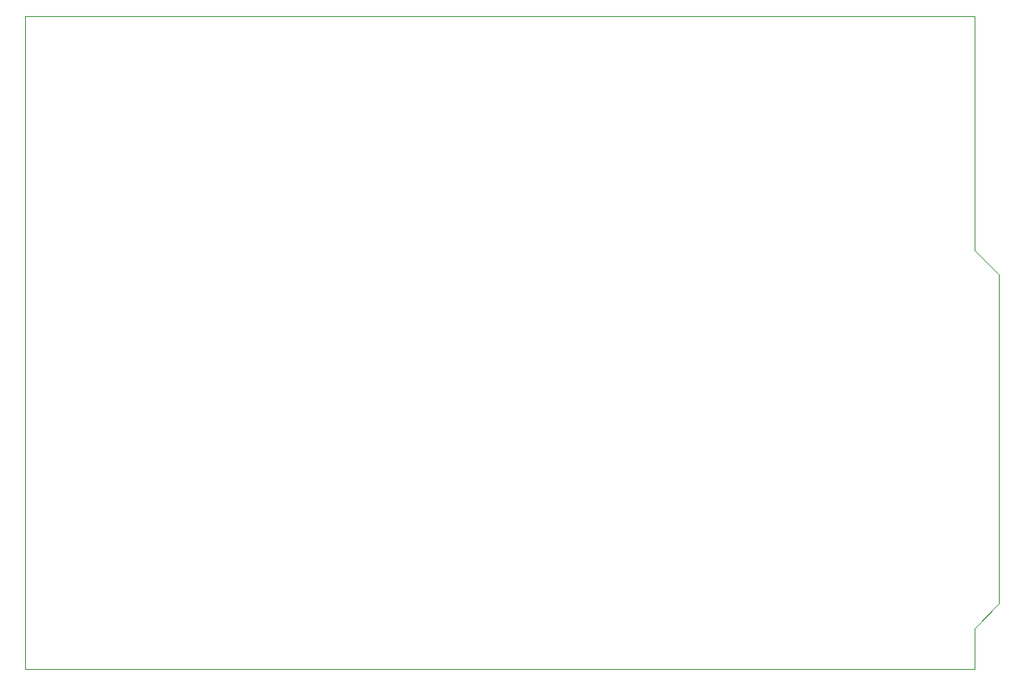
<source format=gbr>
%TF.GenerationSoftware,KiCad,Pcbnew,(6.0.2)*%
%TF.CreationDate,2022-08-12T14:47:40-07:00*%
%TF.ProjectId,Mega68k,4d656761-3638-46b2-9e6b-696361645f70,rev?*%
%TF.SameCoordinates,Original*%
%TF.FileFunction,Profile,NP*%
%FSLAX46Y46*%
G04 Gerber Fmt 4.6, Leading zero omitted, Abs format (unit mm)*
G04 Created by KiCad (PCBNEW (6.0.2)) date 2022-08-12 14:47:40*
%MOMM*%
%LPD*%
G01*
G04 APERTURE LIST*
%TA.AperFunction,Profile*%
%ADD10C,0.100000*%
%TD*%
G04 APERTURE END LIST*
D10*
X147396200Y-59613800D02*
X147396200Y-70789800D01*
X147396200Y-70789800D02*
X149936200Y-73329800D01*
X149936200Y-73329800D02*
X149936200Y-107696000D01*
X149936200Y-107696000D02*
X147396200Y-110261400D01*
X147396200Y-110261400D02*
X147396200Y-114554000D01*
X147396200Y-114554000D02*
X48133000Y-114554000D01*
X48133000Y-114554000D02*
X48133000Y-46304200D01*
X48133000Y-46304200D02*
X147421600Y-46304200D01*
X147421600Y-46304200D02*
X147396200Y-59613800D01*
M02*

</source>
